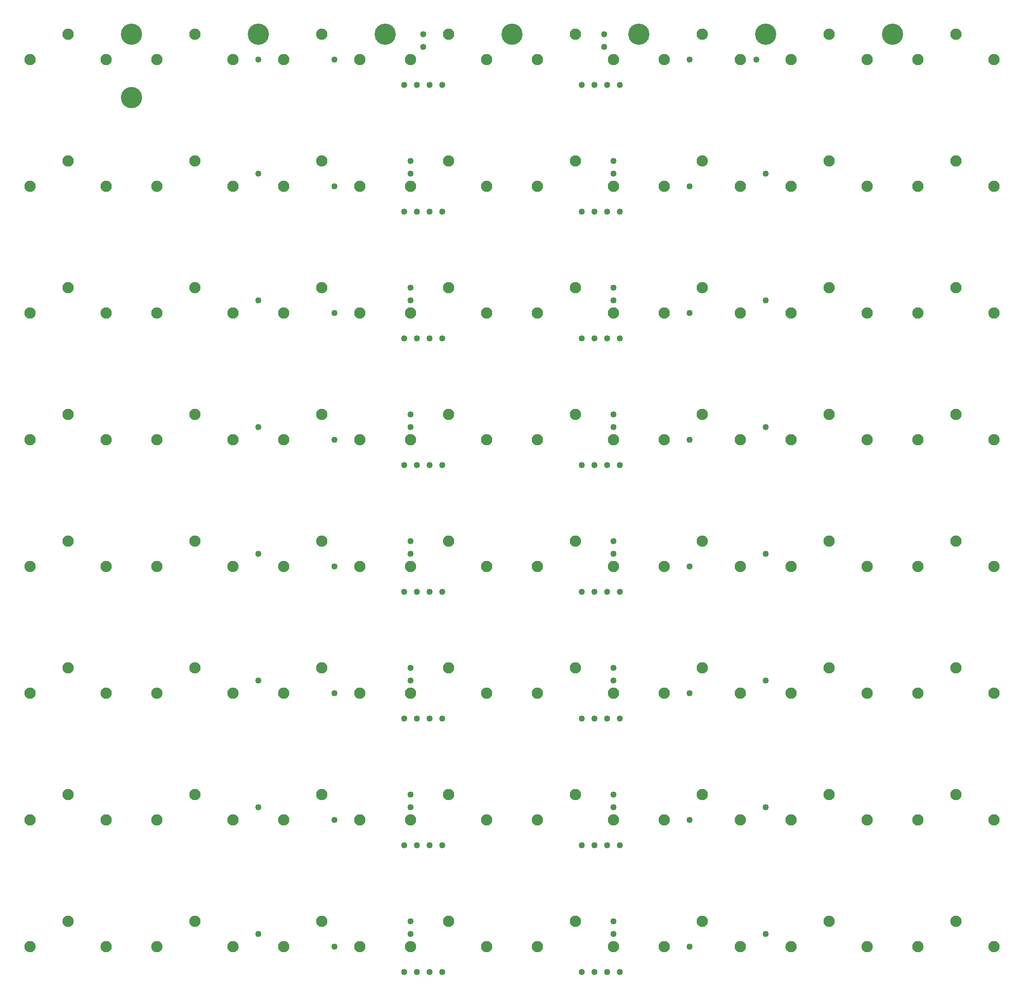
<source format=gts>
G04 MADE WITH FRITZING*
G04 WWW.FRITZING.ORG*
G04 DOUBLE SIDED*
G04 HOLES PLATED*
G04 CONTOUR ON CENTER OF CONTOUR VECTOR*
%ASAXBY*%
%FSLAX23Y23*%
%MOIN*%
%OFA0B0*%
%SFA1.0B1.0*%
%ADD10C,0.167480*%
%ADD11C,0.049370*%
%ADD12C,0.089370*%
%LNMASK1*%
G90*
G70*
G54D10*
X7497Y8108D03*
X1497Y7608D03*
X3497Y8108D03*
X4497Y8108D03*
X6497Y8108D03*
X5497Y8108D03*
X2497Y8108D03*
X1497Y8108D03*
G54D11*
X5147Y7708D03*
X5147Y6708D03*
X5147Y5708D03*
X5147Y4708D03*
X5147Y3708D03*
X5147Y2708D03*
X5147Y1708D03*
X5147Y708D03*
X5047Y7708D03*
X5047Y6708D03*
X5047Y5708D03*
X5047Y4708D03*
X5047Y3708D03*
X5047Y2708D03*
X5047Y1708D03*
X5047Y708D03*
X5247Y7708D03*
X5247Y6708D03*
X5247Y5708D03*
X5247Y4708D03*
X5247Y3708D03*
X5247Y2708D03*
X5247Y1708D03*
X5247Y708D03*
X5347Y7708D03*
X5347Y6708D03*
X5347Y5708D03*
X5347Y4708D03*
X5347Y3708D03*
X5347Y2708D03*
X5347Y1708D03*
X5347Y708D03*
X3947Y7708D03*
X3947Y6708D03*
X3947Y5708D03*
X3947Y4708D03*
X3947Y3708D03*
X3947Y2708D03*
X3947Y1708D03*
X3947Y708D03*
X3847Y7708D03*
X3847Y6708D03*
X3847Y5708D03*
X3847Y4708D03*
X3847Y3708D03*
X3847Y2708D03*
X3847Y1708D03*
X3847Y708D03*
X3747Y7708D03*
X3747Y6708D03*
X3747Y5708D03*
X3747Y4708D03*
X3747Y3708D03*
X3747Y2708D03*
X3747Y1708D03*
X3747Y708D03*
X3647Y7708D03*
X3647Y6708D03*
X3647Y5708D03*
X3647Y4708D03*
X3647Y3708D03*
X3647Y2708D03*
X3647Y1708D03*
X3647Y708D03*
X3797Y8008D03*
X3697Y7008D03*
X3697Y6008D03*
X3697Y5008D03*
X3697Y4008D03*
X3697Y3008D03*
X3697Y2008D03*
X3697Y1008D03*
X2497Y7908D03*
X2497Y7008D03*
X2497Y6008D03*
X2497Y5008D03*
X2497Y4008D03*
X2497Y3008D03*
X2497Y2008D03*
X2497Y1008D03*
X3797Y8108D03*
X3697Y7108D03*
X3697Y6108D03*
X3697Y5108D03*
X3697Y4108D03*
X3697Y3108D03*
X3697Y2108D03*
X3697Y1108D03*
X3097Y7908D03*
X3097Y6908D03*
X3097Y5908D03*
X3097Y4908D03*
X3097Y3908D03*
X3097Y2908D03*
X3097Y1908D03*
X3097Y908D03*
X5222Y8108D03*
X5297Y7108D03*
X5297Y6108D03*
X5297Y5108D03*
X5297Y4108D03*
X5297Y3108D03*
X5297Y2108D03*
X5297Y1108D03*
X5897Y7908D03*
X5897Y6908D03*
X5897Y5908D03*
X5897Y4908D03*
X5897Y3908D03*
X5897Y2908D03*
X5897Y1908D03*
X5897Y908D03*
X6422Y7908D03*
X6497Y7008D03*
X6497Y6008D03*
X6497Y5008D03*
X6497Y4008D03*
X6497Y3008D03*
X6497Y2008D03*
X6497Y1008D03*
X5222Y8008D03*
X5297Y7008D03*
X5297Y6008D03*
X5297Y5008D03*
X5297Y4008D03*
X5297Y3008D03*
X5297Y2008D03*
X5297Y1008D03*
G54D12*
X6697Y7908D03*
X6697Y6908D03*
X6697Y5908D03*
X6697Y4908D03*
X6697Y3908D03*
X6697Y2908D03*
X6697Y1908D03*
X6697Y908D03*
X8297Y7908D03*
X8297Y6908D03*
X8297Y5908D03*
X8297Y4908D03*
X8297Y3908D03*
X8297Y2908D03*
X8297Y1908D03*
X8297Y908D03*
X6997Y8108D03*
X6997Y7108D03*
X6997Y6108D03*
X6997Y5108D03*
X6997Y4108D03*
X6997Y3108D03*
X6997Y2108D03*
X6997Y1108D03*
X5297Y7908D03*
X5297Y6908D03*
X5297Y5908D03*
X5297Y4908D03*
X5297Y3908D03*
X5297Y2908D03*
X5297Y1908D03*
X5297Y908D03*
X7997Y8108D03*
X7997Y7108D03*
X7997Y6108D03*
X7997Y5108D03*
X7997Y4108D03*
X7997Y3108D03*
X7997Y2108D03*
X7997Y1108D03*
X5997Y8108D03*
X5997Y7108D03*
X5997Y6108D03*
X5997Y5108D03*
X5997Y4108D03*
X5997Y3108D03*
X5997Y2108D03*
X5997Y1108D03*
X7297Y7908D03*
X7297Y6908D03*
X7297Y5908D03*
X7297Y4908D03*
X7297Y3908D03*
X7297Y2908D03*
X7297Y1908D03*
X7297Y908D03*
X4997Y8108D03*
X4997Y7108D03*
X4997Y6108D03*
X4997Y5108D03*
X4997Y4108D03*
X4997Y3108D03*
X4997Y2108D03*
X4997Y1108D03*
X5697Y7908D03*
X5697Y6908D03*
X5697Y5908D03*
X5697Y4908D03*
X5697Y3908D03*
X5697Y2908D03*
X5697Y1908D03*
X5697Y908D03*
X7697Y7908D03*
X7697Y6908D03*
X7697Y5908D03*
X7697Y4908D03*
X7697Y3908D03*
X7697Y2908D03*
X7697Y1908D03*
X7697Y908D03*
X6297Y7908D03*
X6297Y6908D03*
X6297Y5908D03*
X6297Y4908D03*
X6297Y3908D03*
X6297Y2908D03*
X6297Y1908D03*
X6297Y908D03*
X4697Y7908D03*
X4697Y6908D03*
X4697Y5908D03*
X4697Y4908D03*
X4697Y3908D03*
X4697Y2908D03*
X4697Y1908D03*
X4697Y908D03*
X3997Y8108D03*
X3997Y7108D03*
X3997Y6108D03*
X3997Y5108D03*
X3997Y4108D03*
X3997Y3108D03*
X3997Y2108D03*
X3997Y1108D03*
X4297Y7908D03*
X4297Y6908D03*
X4297Y5908D03*
X4297Y4908D03*
X4297Y3908D03*
X4297Y2908D03*
X4297Y1908D03*
X4297Y908D03*
X3697Y7908D03*
X3697Y6908D03*
X3697Y5908D03*
X3697Y4908D03*
X3697Y3908D03*
X3697Y2908D03*
X3697Y1908D03*
X3697Y908D03*
X2997Y8108D03*
X2997Y7108D03*
X2997Y6108D03*
X2997Y5108D03*
X2997Y4108D03*
X2997Y3108D03*
X2997Y2108D03*
X2997Y1108D03*
X3297Y7908D03*
X3297Y6908D03*
X3297Y5908D03*
X3297Y4908D03*
X3297Y3908D03*
X3297Y2908D03*
X3297Y1908D03*
X3297Y908D03*
X2697Y7908D03*
X2697Y6908D03*
X2697Y5908D03*
X2697Y4908D03*
X2697Y3908D03*
X2697Y2908D03*
X2697Y1908D03*
X2697Y908D03*
X1997Y8108D03*
X1997Y7108D03*
X1997Y6108D03*
X1997Y5108D03*
X1997Y4108D03*
X1997Y3108D03*
X1997Y2108D03*
X1997Y1108D03*
X2297Y7908D03*
X2297Y6908D03*
X2297Y5908D03*
X2297Y4908D03*
X2297Y3908D03*
X2297Y2908D03*
X2297Y1908D03*
X2297Y908D03*
X1697Y7908D03*
X1697Y6908D03*
X1697Y5908D03*
X1697Y4908D03*
X1697Y3908D03*
X1697Y2908D03*
X1697Y1908D03*
X1697Y908D03*
X1297Y7908D03*
X1297Y6908D03*
X1297Y5908D03*
X1297Y4908D03*
X1297Y3908D03*
X1297Y2908D03*
X1297Y1908D03*
X1297Y908D03*
X997Y8108D03*
X997Y7108D03*
X997Y6108D03*
X997Y5108D03*
X997Y4108D03*
X997Y3108D03*
X997Y2108D03*
X997Y1108D03*
X697Y7908D03*
X697Y6908D03*
X697Y5908D03*
X697Y4908D03*
X697Y3908D03*
X697Y2908D03*
X697Y1908D03*
X697Y908D03*
G04 End of Mask1*
M02*
</source>
